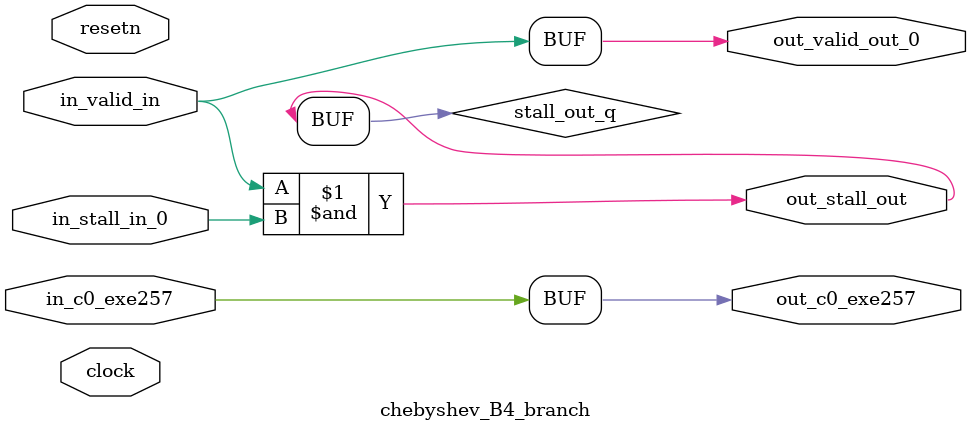
<source format=sv>



(* altera_attribute = "-name AUTO_SHIFT_REGISTER_RECOGNITION OFF; -name MESSAGE_DISABLE 10036; -name MESSAGE_DISABLE 10037; -name MESSAGE_DISABLE 14130; -name MESSAGE_DISABLE 14320; -name MESSAGE_DISABLE 15400; -name MESSAGE_DISABLE 14130; -name MESSAGE_DISABLE 10036; -name MESSAGE_DISABLE 12020; -name MESSAGE_DISABLE 12030; -name MESSAGE_DISABLE 12010; -name MESSAGE_DISABLE 12110; -name MESSAGE_DISABLE 14320; -name MESSAGE_DISABLE 13410; -name MESSAGE_DISABLE 113007; -name MESSAGE_DISABLE 10958" *)
module chebyshev_B4_branch (
    input wire [0:0] in_c0_exe257,
    input wire [0:0] in_stall_in_0,
    input wire [0:0] in_valid_in,
    output wire [0:0] out_c0_exe257,
    output wire [0:0] out_stall_out,
    output wire [0:0] out_valid_out_0,
    input wire clock,
    input wire resetn
    );

    wire [0:0] stall_out_q;


    // out_c0_exe257(GPOUT,5)
    assign out_c0_exe257 = in_c0_exe257;

    // stall_out(LOGICAL,8)
    assign stall_out_q = in_valid_in & in_stall_in_0;

    // out_stall_out(GPOUT,6)
    assign out_stall_out = stall_out_q;

    // out_valid_out_0(GPOUT,7)
    assign out_valid_out_0 = in_valid_in;

endmodule

</source>
